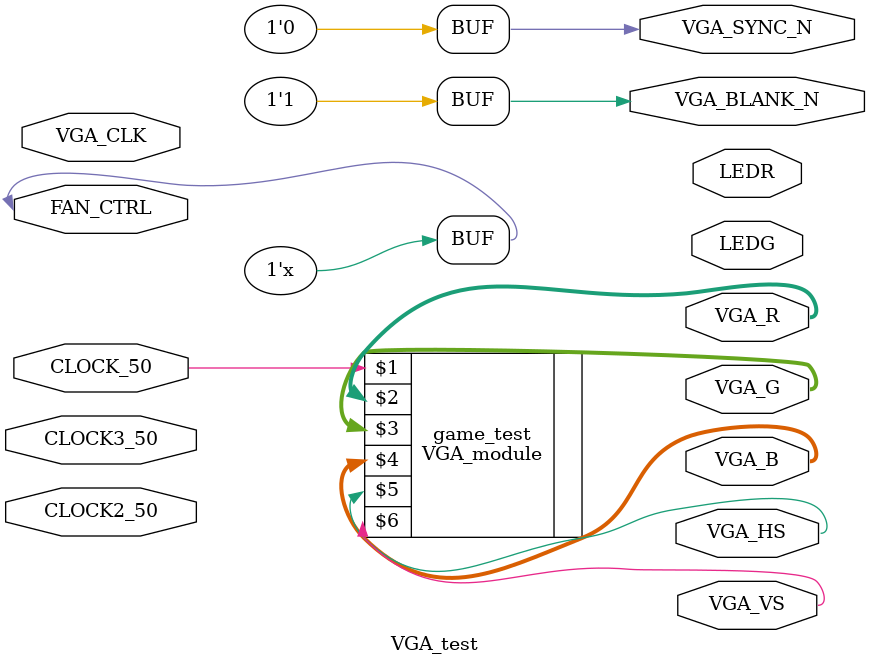
<source format=v>


module VGA_test(

	//////////// CLOCK //////////
	CLOCK_50, 	// BANK 4
	CLOCK2_50, 	// BANK 7
	CLOCK3_50, 	// BANK 3A

	//////////// LED (High Active) //////////
	LEDG,
	LEDR,

	//////////// VGA //////////
	VGA_B,
	VGA_BLANK_N,
	VGA_CLK,
	VGA_G,
	VGA_HS,
	VGA_R,
	VGA_SYNC_N,
	VGA_VS,

	//////////// Fan Control //////////
	FAN_CTRL 
);

//=======================================================
//  PARAMETER declarations
//=======================================================


//=======================================================
//  PORT declarations
//=======================================================

//////////// CLOCK //////////
input 		          		CLOCK_50;
input 		          		CLOCK2_50;
input 		          		CLOCK3_50;

//////////// LED (High Active) //////////
output		     [8:0]		LEDG;
output		    [17:0]		LEDR;

//////////// VGA //////////
output		     [7:0]		VGA_B;
output		          		VGA_BLANK_N;
input		          			VGA_CLK;
output		     [7:0]		VGA_G;
output		        			VGA_HS;
output		     [7:0]		VGA_R;
output		          		VGA_SYNC_N;
output		         		VGA_VS;

//////////// Fan Control //////////
inout 		          		FAN_CTRL;


//=======================================================
//  REG/WIRE declarations
//=======================================================




//=======================================================
//  Structural coding
//=======================================================

//wire quad_A;
//wire quad_B;

	//////////// FAN Control //////////
assign FAN_CTRL = 1'bz; // turn on FAN
/*
pong game_test(
					CLOCK_50, 
					VGA_HS, 
					VGA_VS, 
					VGA_R, 
					VGA_G, 
					VGA_B,
					quad_A, 
					quad_B
					);
*/

/*
hvsync_generator game_test(
	CLOCK_50,
	VGA_HS, 
	VGA_VS, 
	VGA_R,
	VGA_B,
	VGA_G 
);
*/
/*
VGA_module game_test(
	CLOCK_50,
//	VGA_BLANK_N,
	VGA_HS, 
	VGA_VS, 
	VGA_R,
	VGA_B,
	VGA_G 
);*/

assign VGA_BLANK_N = 1'b1;
assign VGA_SYNC_N = 1'b0;

VGA_module game_test(
	CLOCK_50,
//	VGA_BLANK_N,
	VGA_R,
	VGA_G,
	VGA_B,
	VGA_HS, 
	VGA_VS
);

endmodule

</source>
